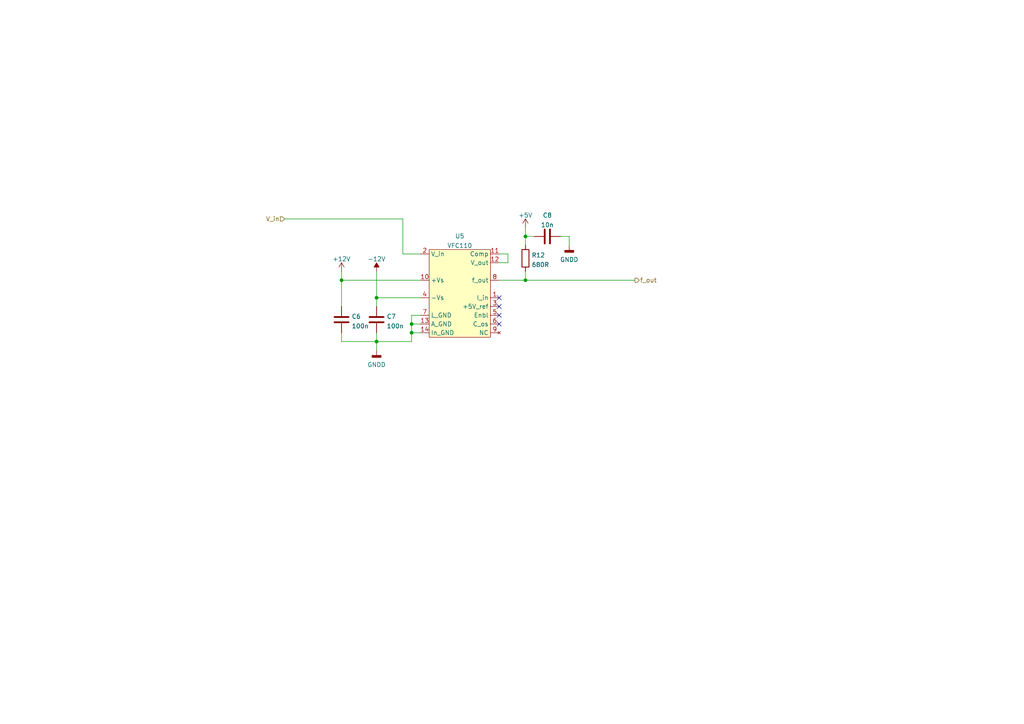
<source format=kicad_sch>
(kicad_sch (version 20211123) (generator eeschema)
  (paper "A4")
  (title_block (title "FGVCO - Core 1") (date "2022-06-30") (company "Filippo Gottardo"))
  (lib_symbols
    (symbol "Custom:VFC110"
      (property "Reference" "U" (at 0 13.97 0))
      (property "Value" "VFC110" (at 0 16.51 0))
      (symbol "VFC110_0_1"
        (rectangle (start -8.89 12.7) (end 8.89 -12.7) (stroke (width 0.1524)) (fill (type background)))
      )
      (symbol "VFC110_1_1"
        (pin input line (at 11.43 -1.27 180) (length 2.54) (name "I_in") (number "1"))
        (pin input line (at -11.43 3.81 0) (length 2.54) (name "+Vs") (number "10"))
        (pin input line (at 11.43 11.43 180) (length 2.54) (name "Comp") (number "11"))
        (pin output line (at 11.43 8.89 180) (length 2.54) (name "V_out") (number "12"))
        (pin input line (at -11.43 -8.89 0) (length 2.54) (name "A_GND") (number "13"))
        (pin input line (at -11.43 -11.43 0) (length 2.54) (name "In_GND") (number "14"))
        (pin input line (at -11.43 11.43 0) (length 2.54) (name "V_in") (number "2"))
        (pin output line (at 11.43 -3.81 180) (length 2.54) (name "+5V_ref") (number "3"))
        (pin input line (at -11.43 -1.27 0) (length 2.54) (name "-Vs") (number "4"))
        (pin input line (at 11.43 -6.35 180) (length 2.54) (name "Enbl") (number "5"))
        (pin input line (at 11.43 -8.89 180) (length 2.54) (name "C_os") (number "6"))
        (pin input line (at -11.43 -6.35 0) (length 2.54) (name "L_GND") (number "7"))
        (pin output line (at 11.43 3.81 180) (length 2.54) (name "f_out") (number "8"))
        (pin no_connect line (at 11.43 -11.43 180) (length 2.54) (name "NC") (number "9"))
      )
    )
    (symbol "Device:C" (pin_numbers hide) (pin_names (offset 0.254))
      (property "Reference" "C" (at 0.635 2.54 0))
      (property "Value" "C" (at 0.635 -2.54 0))
      (symbol "C_0_1"
        (polyline (pts (xy -2.032 -0.762) (xy 2.032 -0.762)) (stroke (width 0.508)))
        (polyline (pts (xy -2.032 0.762) (xy 2.032 0.762)) (stroke (width 0.508)))
      )
      (symbol "C_1_1"
        (pin passive line (at 0 3.81 270) (length 2.794) (name "~") (number "1"))
        (pin passive line (at 0 -3.81 90) (length 2.794) (name "~") (number "2"))
      )
    )
    (symbol "Device:R" (pin_numbers hide) (pin_names (offset 0))
      (property "Reference" "R" (at 2.032 0 90))
      (property "Value" "R" (at 0 0 90))
      (symbol "R_0_1"
        (rectangle (start -1.016 -2.54) (end 1.016 2.54) (stroke (width 0.254)))
      )
      (symbol "R_1_1"
        (pin passive line (at 0 3.81 270) (length 1.27) (name "~") (number "1"))
        (pin passive line (at 0 -3.81 90) (length 1.27) (name "~") (number "2"))
      )
    )
    (symbol "power:+12V" (power) (pin_names (offset 0))
      (property "Value" "+12V" (at 0 3.556 0))
      (symbol "+12V_0_1"
        (polyline (pts (xy -0.762 1.27) (xy 0 2.54)))
        (polyline (pts (xy 0 0) (xy 0 2.54)))
        (polyline (pts (xy 0 2.54) (xy 0.762 1.27)))
      )
      (symbol "+12V_1_1"
        (pin power_in line (at 0 0 90) (length 0) hide (name "+12V") (number "1"))
      )
    )
    (symbol "power:+5V" (power) (pin_names (offset 0))
      (property "Value" "+5V" (at 0 3.556 0))
      (symbol "+5V_0_1"
        (polyline (pts (xy -0.762 1.27) (xy 0 2.54)))
        (polyline (pts (xy 0 0) (xy 0 2.54)))
        (polyline (pts (xy 0 2.54) (xy 0.762 1.27)))
      )
      (symbol "+5V_1_1"
        (pin power_in line (at 0 0 90) (length 0) hide (name "+5V") (number "1"))
      )
    )
    (symbol "power:-12V" (power) (pin_names (offset 0))
      (property "Value" "-12V" (at 0 3.81 0))
      (symbol "-12V_0_0"
        (pin power_in line (at 0 0 90) (length 0) hide (name "-12V") (number "1"))
      )
      (symbol "-12V_0_1"
        (polyline (pts (xy 0 0) (xy 0 1.27) (xy 0.762 1.27) (xy 0 2.54) (xy -0.762 1.27) (xy 0 1.27)) (fill (type outline)))
      )
    )
    (symbol "power:GNDD" (power) (pin_names (offset 0))
      (property "Value" "GNDD" (at 0 -3.175 0))
      (symbol "GNDD_0_1"
        (rectangle (start -1.27 -1.524) (end 1.27 -2.032) (stroke (width 0.254)) (fill (type outline)))
        (polyline (pts (xy 0 0) (xy 0 -1.524)))
      )
      (symbol "GNDD_1_1"
        (pin power_in line (at 0 0 270) (length 0) hide (name "GNDD") (number "1"))
      )
    )
  )
  (junction (at 109.22 99.06))
  (junction (at 109.22 86.36))
  (junction (at 99.06 81.28))
  (junction (at 152.4 68.58))
  (junction (at 152.4 81.28))
  (junction (at 119.38 93.98))
  (junction (at 119.38 96.52))
  (no_connect (at 144.78 88.9))
  (no_connect (at 144.78 91.44))
  (no_connect (at 144.78 93.98))
  (no_connect (at 144.78 86.36))
  (wire (pts (xy 116.84 73.66) (xy 121.92 73.66)))
  (wire (pts (xy 119.38 93.98) (xy 119.38 96.52)))
  (wire (pts (xy 144.78 73.66) (xy 147.32 73.66)))
  (wire (pts (xy 116.84 63.5) (xy 116.84 73.66)))
  (wire (pts (xy 99.06 96.52) (xy 99.06 99.06)))
  (wire (pts (xy 109.22 99.06) (xy 109.22 101.6)))
  (wire (pts (xy 99.06 81.28) (xy 121.92 81.28)))
  (wire (pts (xy 99.06 78.74) (xy 99.06 81.28)))
  (wire (pts (xy 152.4 81.28) (xy 184.15 81.28)))
  (wire (pts (xy 165.1 68.58) (xy 165.1 71.12)))
  (wire (pts (xy 152.4 68.58) (xy 152.4 71.12)))
  (wire (pts (xy 152.4 68.58) (xy 154.94 68.58)))
  (wire (pts (xy 109.22 86.36) (xy 121.92 86.36)))
  (wire (pts (xy 152.4 66.04) (xy 152.4 68.58)))
  (wire (pts (xy 109.22 99.06) (xy 119.38 99.06)))
  (wire (pts (xy 109.22 86.36) (xy 109.22 88.9)))
  (wire (pts (xy 109.22 78.74) (xy 109.22 86.36)))
  (wire (pts (xy 82.55 63.5) (xy 116.84 63.5)))
  (wire (pts (xy 162.56 68.58) (xy 165.1 68.58)))
  (wire (pts (xy 144.78 81.28) (xy 152.4 81.28)))
  (wire (pts (xy 99.06 81.28) (xy 99.06 88.9)))
  (wire (pts (xy 99.06 99.06) (xy 109.22 99.06)))
  (wire (pts (xy 147.32 73.66) (xy 147.32 76.2)))
  (wire (pts (xy 119.38 96.52) (xy 119.38 99.06)))
  (wire (pts (xy 119.38 96.52) (xy 121.92 96.52)))
  (wire (pts (xy 121.92 91.44) (xy 119.38 91.44)))
  (wire (pts (xy 119.38 91.44) (xy 119.38 93.98)))
  (wire (pts (xy 119.38 93.98) (xy 121.92 93.98)))
  (wire (pts (xy 109.22 96.52) (xy 109.22 99.06)))
  (wire (pts (xy 152.4 78.74) (xy 152.4 81.28)))
  (wire (pts (xy 147.32 76.2) (xy 144.78 76.2)))
  (hierarchical_label "f_out" (shape output) (at 184.15 81.28 0))
  (hierarchical_label "V_in" (shape input) (at 82.55 63.5 180))
  (symbol (lib_id "Custom:VFC110") (at 133.35 85.09 0) (unit 1)
    (property "Reference" "U5" (at 133.35 68.4743 0))
    (property "Value" "VFC110" (at 133.35 71.2494 0))
    (property "Footprint" "Custom Footprints:DIP-14_central_caps" (effects hide))
  )
  (symbol (lib_id "Device:R") (at 152.4 74.93 0) (unit 1)
    (property "Reference" "R12" (at 154.178 74.0215 0) (effects (justify left)))
    (property "Value" "680R" (at 154.178 76.7966 0) (effects (justify left)))
    (property "Footprint" "Resistor_THT:R_Axial_DIN0207_L6.3mm_D2.5mm_P10.16mm_Horizontal" (effects hide))
  )
  (symbol (lib_id "Device:C") (at 109.22 92.71 180) (unit 1)
    (property "Reference" "C7" (at 112.141 91.8015 0) (effects (justify right)))
    (property "Value" "100n" (at 112.141 94.5766 0) (effects (justify right)))
    (property "Footprint" "Custom Footprints:C_Disc_P2.54mm" (effects hide))
  )
  (symbol (lib_id "power:-12V") (at 109.22 78.74 0) (unit 1)
    (property "Reference" "#PWR0131" (effects hide))
    (property "Value" "-12V" (at 109.22 75.1355 0))
  )
  (symbol (lib_id "power:GNDD") (at 109.22 101.6 0) (unit 1)
    (property "Reference" "#PWR0133" (effects hide))
    (property "Value" "GNDD" (at 109.22 105.7815 0))
  )
  (symbol (lib_id "power:GNDD") (at 165.1 71.12 0) (unit 1)
    (property "Reference" "#PWR0135" (effects hide))
    (property "Value" "GNDD" (at 165.1 75.3015 0))
  )
  (symbol (lib_id "Device:C") (at 158.75 68.58 90) (unit 1)
    (property "Reference" "C8" (at 158.75 62.4545 90))
    (property "Value" "10n" (at 158.75 65.2296 90))
    (property "Footprint" "Custom Footprints:C_Disc_P2.54mm" (effects hide))
  )
  (symbol (lib_id "power:+5V") (at 152.4 66.04 0) (unit 1)
    (property "Reference" "#PWR0134" (effects hide))
    (property "Value" "+5V" (at 152.4 62.4355 0))
  )
  (symbol (lib_id "Device:C") (at 99.06 92.71 180) (unit 1)
    (property "Reference" "C6" (at 101.981 91.8015 0) (effects (justify right)))
    (property "Value" "100n" (at 101.981 94.5766 0) (effects (justify right)))
    (property "Footprint" "Custom Footprints:C_Disc_P2.54mm" (effects hide))
  )
  (symbol (lib_id "power:+12V") (at 99.06 78.74 0) (unit 1)
    (property "Reference" "#PWR0132" (effects hide))
    (property "Value" "+12V" (at 99.06 75.1355 0))
  )
)
</source>
